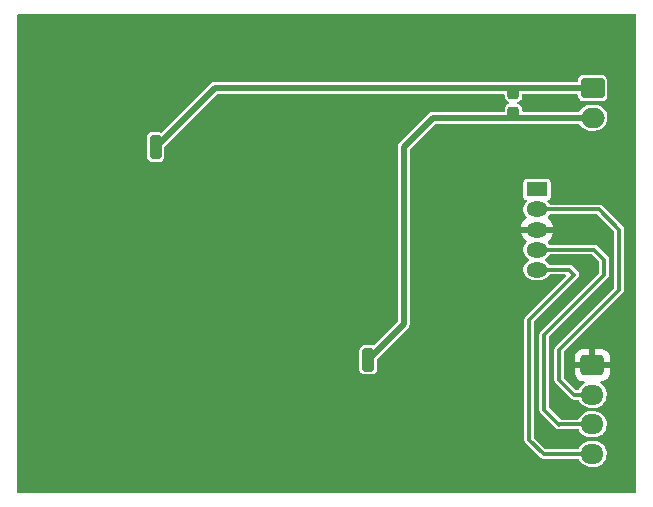
<source format=gbr>
%TF.GenerationSoftware,KiCad,Pcbnew,5.99.0-unknown-1f4a56005e~130~ubuntu20.04.1*%
%TF.CreationDate,2021-06-26T22:45:04+02:00*%
%TF.ProjectId,LED-Modul,4c45442d-4d6f-4647-956c-2e6b69636164,rev?*%
%TF.SameCoordinates,Original*%
%TF.FileFunction,Copper,L1,Top*%
%TF.FilePolarity,Positive*%
%FSLAX46Y46*%
G04 Gerber Fmt 4.6, Leading zero omitted, Abs format (unit mm)*
G04 Created by KiCad (PCBNEW 5.99.0-unknown-1f4a56005e~130~ubuntu20.04.1) date 2021-06-26 22:45:04*
%MOMM*%
%LPD*%
G01*
G04 APERTURE LIST*
G04 Aperture macros list*
%AMRoundRect*
0 Rectangle with rounded corners*
0 $1 Rounding radius*
0 $2 $3 $4 $5 $6 $7 $8 $9 X,Y pos of 4 corners*
0 Add a 4 corners polygon primitive as box body*
4,1,4,$2,$3,$4,$5,$6,$7,$8,$9,$2,$3,0*
0 Add four circle primitives for the rounded corners*
1,1,$1+$1,$2,$3*
1,1,$1+$1,$4,$5*
1,1,$1+$1,$6,$7*
1,1,$1+$1,$8,$9*
0 Add four rect primitives between the rounded corners*
20,1,$1+$1,$2,$3,$4,$5,0*
20,1,$1+$1,$4,$5,$6,$7,0*
20,1,$1+$1,$6,$7,$8,$9,0*
20,1,$1+$1,$8,$9,$2,$3,0*%
G04 Aperture macros list end*
%TA.AperFunction,SMDPad,CuDef*%
%ADD10RoundRect,0.237500X0.237500X-0.300000X0.237500X0.300000X-0.237500X0.300000X-0.237500X-0.300000X0*%
%TD*%
%TA.AperFunction,SMDPad,CuDef*%
%ADD11RoundRect,0.250000X-0.250000X-0.750000X0.250000X-0.750000X0.250000X0.750000X-0.250000X0.750000X0*%
%TD*%
%TA.AperFunction,ComponentPad*%
%ADD12RoundRect,0.250000X-0.725000X0.600000X-0.725000X-0.600000X0.725000X-0.600000X0.725000X0.600000X0*%
%TD*%
%TA.AperFunction,ComponentPad*%
%ADD13O,1.950000X1.700000*%
%TD*%
%TA.AperFunction,ComponentPad*%
%ADD14RoundRect,0.250000X-0.750000X0.600000X-0.750000X-0.600000X0.750000X-0.600000X0.750000X0.600000X0*%
%TD*%
%TA.AperFunction,ComponentPad*%
%ADD15O,2.000000X1.700000*%
%TD*%
%TA.AperFunction,ComponentPad*%
%ADD16R,1.800000X1.275000*%
%TD*%
%TA.AperFunction,ComponentPad*%
%ADD17O,1.800000X1.275000*%
%TD*%
%TA.AperFunction,ViaPad*%
%ADD18C,0.700000*%
%TD*%
%TA.AperFunction,Conductor*%
%ADD19C,0.500000*%
%TD*%
%TA.AperFunction,Conductor*%
%ADD20C,0.300000*%
%TD*%
G04 APERTURE END LIST*
D10*
%TO.P,REF\u002A\u002A,1*%
%TO.N,Net-(D1-Pad1)*%
X166300000Y-84112500D03*
%TO.P,REF\u002A\u002A,2*%
%TO.N,Net-(D1-Pad2)*%
X166300000Y-82387500D03*
%TD*%
D11*
%TO.P,REF\u002A\u002A,1*%
%TO.N,Net-(D1-Pad1)*%
X154000000Y-105000000D03*
%TD*%
%TO.P,REF\u002A\u002A,1*%
%TO.N,Net-(D1-Pad2)*%
X136000000Y-87000000D03*
%TD*%
D12*
%TO.P,J2,1,Pin_1*%
%TO.N,GND*%
X172975000Y-105470000D03*
D13*
%TO.P,J2,2,Pin_2*%
%TO.N,Net-(J2-Pad2)*%
X172975000Y-107970000D03*
%TO.P,J2,3,Pin_3*%
%TO.N,Net-(J2-Pad3)*%
X172975000Y-110470000D03*
%TO.P,J2,4,Pin_4*%
%TO.N,3V3_MOD*%
X172975000Y-112970000D03*
%TD*%
D14*
%TO.P,J1,1,Pin_1*%
%TO.N,Net-(D1-Pad2)*%
X173000000Y-82000000D03*
D15*
%TO.P,J1,2,Pin_2*%
%TO.N,Net-(D1-Pad1)*%
X173000000Y-84500000D03*
%TD*%
D16*
%TO.P,U1,1*%
%TO.N,N/C*%
X168300000Y-90580000D03*
D17*
%TO.P,U1,2,SDA*%
%TO.N,Net-(J2-Pad2)*%
X168300000Y-92280000D03*
%TO.P,U1,3,GND*%
%TO.N,GND*%
X168300000Y-93980000D03*
%TO.P,U1,4,SCLK*%
%TO.N,Net-(J2-Pad3)*%
X168300000Y-95680000D03*
%TO.P,U1,5,VDD*%
%TO.N,3V3_MOD*%
X168300000Y-97380000D03*
%TD*%
D18*
%TO.N,GND*%
X146000000Y-97000000D03*
X146000000Y-95000000D03*
X144000000Y-95000000D03*
X144000000Y-97000000D03*
X146000000Y-99000000D03*
X144000000Y-99000000D03*
X144000000Y-93000000D03*
X146000000Y-93000000D03*
X148000000Y-97000000D03*
X148000000Y-95000000D03*
X142000000Y-95000000D03*
X142000000Y-97000000D03*
X142000000Y-99000000D03*
X148000000Y-99000000D03*
X148000000Y-93000000D03*
X142000000Y-93000000D03*
X147000000Y-94000000D03*
X147000000Y-96000000D03*
X147000000Y-98000000D03*
X143000000Y-98000000D03*
X143000000Y-96000000D03*
X143000000Y-94000000D03*
X140000000Y-98500000D03*
X145000000Y-98000000D03*
X150000000Y-98500000D03*
X150000000Y-93500000D03*
X145000000Y-94000000D03*
X140000000Y-93500000D03*
X150000000Y-91000000D03*
X145000000Y-90500000D03*
X145000000Y-96000000D03*
X145000000Y-101500000D03*
X150000000Y-101000000D03*
X140000000Y-101000000D03*
X140000000Y-91000000D03*
%TD*%
D19*
%TO.N,Net-(D1-Pad2)*%
X141000000Y-82000000D02*
X173000000Y-82000000D01*
X141000000Y-82000000D02*
X136000000Y-87000000D01*
%TO.N,Net-(D1-Pad1)*%
X173000000Y-84500000D02*
X159500000Y-84500000D01*
X157000000Y-102000000D02*
X154000000Y-105000000D01*
X159500000Y-84500000D02*
X157000000Y-87000000D01*
X157000000Y-87000000D02*
X157000000Y-102000000D01*
D20*
%TO.N,Net-(J2-Pad2)*%
X170180000Y-106680000D02*
X170180000Y-104140000D01*
X172975000Y-107970000D02*
X171470000Y-107970000D01*
X175260000Y-93980000D02*
X173560000Y-92280000D01*
X171470000Y-107970000D02*
X170180000Y-106680000D01*
X170180000Y-104140000D02*
X175260000Y-99060000D01*
X175260000Y-99060000D02*
X175260000Y-93980000D01*
X173560000Y-92280000D02*
X168300000Y-92280000D01*
%TO.N,Net-(J2-Pad3)*%
X173990000Y-97790000D02*
X173990000Y-96520000D01*
X170180000Y-110490000D02*
X168910000Y-109220000D01*
X173990000Y-96520000D02*
X173150000Y-95680000D01*
X170200000Y-110470000D02*
X170180000Y-110490000D01*
X173150000Y-95680000D02*
X168300000Y-95680000D01*
X172975000Y-110470000D02*
X170200000Y-110470000D01*
X168910000Y-109220000D02*
X168910000Y-102870000D01*
X168910000Y-102870000D02*
X173990000Y-97790000D01*
%TO.N,3V3_MOD*%
X172975000Y-113350000D02*
X172350000Y-113350000D01*
X167640000Y-101600000D02*
X171450000Y-97790000D01*
X172975000Y-112970000D02*
X168850000Y-112970000D01*
X167640000Y-111760000D02*
X167640000Y-101600000D01*
X168850000Y-112970000D02*
X167640000Y-111760000D01*
X171450000Y-97790000D02*
X171040000Y-97380000D01*
X171040000Y-97380000D02*
X168300000Y-97380000D01*
%TD*%
%TA.AperFunction,Conductor*%
%TO.N,GND*%
G36*
X176659191Y-75718907D02*
G01*
X176695155Y-75768407D01*
X176700000Y-75799000D01*
X176700000Y-116201000D01*
X176681093Y-116259191D01*
X176631593Y-116295155D01*
X176601000Y-116300000D01*
X124399000Y-116300000D01*
X124340809Y-116281093D01*
X124304845Y-116231593D01*
X124300000Y-116201000D01*
X124300000Y-86182712D01*
X135245500Y-86182712D01*
X135245500Y-87784914D01*
X135260979Y-87893000D01*
X135320771Y-88024504D01*
X135415067Y-88133941D01*
X135536289Y-88212513D01*
X135543044Y-88214533D01*
X135543048Y-88214535D01*
X135612667Y-88235355D01*
X135674691Y-88253904D01*
X135680037Y-88254301D01*
X135680041Y-88254302D01*
X135680595Y-88254343D01*
X135682712Y-88254500D01*
X136284914Y-88254500D01*
X136288405Y-88254000D01*
X136288406Y-88254000D01*
X136320943Y-88249340D01*
X136393000Y-88239021D01*
X136432394Y-88221109D01*
X136518080Y-88182150D01*
X136518081Y-88182149D01*
X136524504Y-88179229D01*
X136633941Y-88084933D01*
X136712513Y-87963711D01*
X136714533Y-87956956D01*
X136714535Y-87956952D01*
X136735749Y-87886016D01*
X136753904Y-87825309D01*
X136754500Y-87817288D01*
X136754500Y-86999979D01*
X136773407Y-86941788D01*
X136783496Y-86929975D01*
X141179974Y-82533496D01*
X141234491Y-82505719D01*
X141249978Y-82504500D01*
X165471500Y-82504500D01*
X165529691Y-82523407D01*
X165565655Y-82572907D01*
X165570500Y-82603500D01*
X165570500Y-82722413D01*
X165585477Y-82826991D01*
X165588397Y-82833413D01*
X165636649Y-82939538D01*
X165643801Y-82955269D01*
X165735785Y-83062021D01*
X165854032Y-83138665D01*
X165903744Y-83153532D01*
X165954077Y-83188319D01*
X165974351Y-83246049D01*
X165956819Y-83304669D01*
X165916354Y-83338503D01*
X165870582Y-83359314D01*
X165857696Y-83365173D01*
X165794731Y-83393801D01*
X165687979Y-83485785D01*
X165611335Y-83604032D01*
X165609314Y-83610790D01*
X165609313Y-83610792D01*
X165583672Y-83696531D01*
X165570959Y-83739039D01*
X165570500Y-83745216D01*
X165570500Y-83896500D01*
X165551593Y-83954691D01*
X165502093Y-83990655D01*
X165471500Y-83995500D01*
X159566769Y-83995500D01*
X159554781Y-83994161D01*
X159554773Y-83994263D01*
X159547739Y-83993697D01*
X159540862Y-83992141D01*
X159489782Y-83995310D01*
X159483652Y-83995500D01*
X159465086Y-83995500D01*
X159461600Y-83995999D01*
X159461589Y-83996000D01*
X159452486Y-83997304D01*
X159444583Y-83998114D01*
X159403723Y-84000649D01*
X159396680Y-84001086D01*
X159386885Y-84004622D01*
X159367307Y-84009503D01*
X159357000Y-84010979D01*
X159313291Y-84030852D01*
X159305946Y-84033842D01*
X159260804Y-84050139D01*
X159252398Y-84056281D01*
X159234976Y-84066461D01*
X159225496Y-84070771D01*
X159189127Y-84102108D01*
X159182917Y-84107039D01*
X159178801Y-84110046D01*
X159173287Y-84114074D01*
X159173283Y-84114077D01*
X159170201Y-84116329D01*
X159157709Y-84128821D01*
X159152328Y-84133816D01*
X159116059Y-84165067D01*
X159112224Y-84170984D01*
X159112222Y-84170986D01*
X159111787Y-84171658D01*
X159098717Y-84187813D01*
X156690476Y-86596054D01*
X156681052Y-86603584D01*
X156681118Y-86603662D01*
X156675748Y-86608232D01*
X156669783Y-86611996D01*
X156638660Y-86647236D01*
X156635901Y-86650360D01*
X156631701Y-86654829D01*
X156618577Y-86667953D01*
X156610935Y-86678149D01*
X156605934Y-86684291D01*
X156574156Y-86720273D01*
X156571159Y-86726656D01*
X156571158Y-86726658D01*
X156569731Y-86729697D01*
X156559335Y-86746998D01*
X156557326Y-86749678D01*
X156557323Y-86749684D01*
X156553094Y-86755326D01*
X156550619Y-86761928D01*
X156550618Y-86761930D01*
X156536246Y-86800271D01*
X156533160Y-86807594D01*
X156512763Y-86851037D01*
X156511678Y-86858007D01*
X156511677Y-86858010D01*
X156511162Y-86861319D01*
X156506039Y-86880849D01*
X156502386Y-86890593D01*
X156501864Y-86897622D01*
X156498828Y-86938464D01*
X156497921Y-86946357D01*
X156496089Y-86958120D01*
X156496088Y-86958129D01*
X156495500Y-86961907D01*
X156495500Y-86979565D01*
X156495228Y-86986902D01*
X156491679Y-87034654D01*
X156493151Y-87041549D01*
X156493151Y-87041552D01*
X156493319Y-87042337D01*
X156495500Y-87063004D01*
X156495500Y-101750022D01*
X156476593Y-101808213D01*
X156466504Y-101820026D01*
X154532681Y-103753849D01*
X154478164Y-103781626D01*
X154434311Y-103778694D01*
X154375074Y-103760979D01*
X154325309Y-103746096D01*
X154319963Y-103745699D01*
X154319959Y-103745698D01*
X154319405Y-103745657D01*
X154317288Y-103745500D01*
X153715086Y-103745500D01*
X153711595Y-103746000D01*
X153711594Y-103746000D01*
X153679057Y-103750660D01*
X153607000Y-103760979D01*
X153475496Y-103820771D01*
X153366059Y-103915067D01*
X153287487Y-104036289D01*
X153285467Y-104043044D01*
X153285465Y-104043048D01*
X153273299Y-104083729D01*
X153246096Y-104174691D01*
X153245500Y-104182712D01*
X153245500Y-105784914D01*
X153260979Y-105893000D01*
X153320771Y-106024504D01*
X153376807Y-106089538D01*
X153410137Y-106128219D01*
X153415067Y-106133941D01*
X153536289Y-106212513D01*
X153543044Y-106214533D01*
X153543048Y-106214535D01*
X153612667Y-106235355D01*
X153674691Y-106253904D01*
X153680037Y-106254301D01*
X153680041Y-106254302D01*
X153680595Y-106254343D01*
X153682712Y-106254500D01*
X154284914Y-106254500D01*
X154288405Y-106254000D01*
X154288406Y-106254000D01*
X154320943Y-106249340D01*
X154393000Y-106239021D01*
X154432394Y-106221109D01*
X154518080Y-106182150D01*
X154518081Y-106182149D01*
X154524504Y-106179229D01*
X154633941Y-106084933D01*
X154712513Y-105963711D01*
X154714533Y-105956956D01*
X154714535Y-105956952D01*
X154735749Y-105886016D01*
X154753904Y-105825309D01*
X154754500Y-105817288D01*
X154754500Y-104999979D01*
X154773407Y-104941788D01*
X154783496Y-104929975D01*
X157309527Y-102403944D01*
X157318949Y-102396417D01*
X157318882Y-102396338D01*
X157324252Y-102391767D01*
X157330217Y-102388004D01*
X157364091Y-102349649D01*
X157368291Y-102345180D01*
X157381424Y-102332047D01*
X157383540Y-102329224D01*
X157389062Y-102321856D01*
X157394081Y-102315691D01*
X157421173Y-102285016D01*
X157421174Y-102285015D01*
X157425844Y-102279727D01*
X157430269Y-102270303D01*
X157440654Y-102253017D01*
X157446907Y-102244674D01*
X157463759Y-102199719D01*
X157466844Y-102192399D01*
X157484239Y-102155350D01*
X157484240Y-102155346D01*
X157487237Y-102148963D01*
X157488838Y-102138682D01*
X157493959Y-102119160D01*
X157495139Y-102116012D01*
X157497615Y-102109407D01*
X157501173Y-102061523D01*
X157502076Y-102053657D01*
X157504500Y-102038093D01*
X157504500Y-102020439D01*
X157504772Y-102013102D01*
X157507798Y-101972379D01*
X157508321Y-101965346D01*
X157506681Y-101957663D01*
X157504500Y-101936996D01*
X157504500Y-94245873D01*
X166920721Y-94245873D01*
X166925434Y-94273299D01*
X166927772Y-94282026D01*
X166997505Y-94471044D01*
X167001398Y-94479206D01*
X167104402Y-94652340D01*
X167109723Y-94659665D01*
X167242554Y-94811129D01*
X167249109Y-94817349D01*
X167377206Y-94918332D01*
X167411199Y-94969206D01*
X167408797Y-95030344D01*
X167382158Y-95069652D01*
X167374758Y-95076314D01*
X167374752Y-95076321D01*
X167370899Y-95079790D01*
X167260675Y-95231500D01*
X167258568Y-95236232D01*
X167258567Y-95236234D01*
X167198108Y-95372028D01*
X167184402Y-95402812D01*
X167145414Y-95586238D01*
X167145414Y-95773762D01*
X167184402Y-95957188D01*
X167186510Y-95961922D01*
X167186511Y-95961926D01*
X167258567Y-96123766D01*
X167260675Y-96128500D01*
X167370899Y-96280210D01*
X167374748Y-96283676D01*
X167374752Y-96283680D01*
X167506400Y-96402216D01*
X167506405Y-96402220D01*
X167510257Y-96405688D01*
X167544212Y-96425292D01*
X167577072Y-96444264D01*
X167618013Y-96489733D01*
X167624409Y-96550584D01*
X167593816Y-96603572D01*
X167577072Y-96615736D01*
X167510257Y-96654312D01*
X167506405Y-96657780D01*
X167506400Y-96657784D01*
X167374752Y-96776320D01*
X167374748Y-96776324D01*
X167370899Y-96779790D01*
X167260675Y-96931500D01*
X167258568Y-96936232D01*
X167258567Y-96936234D01*
X167198275Y-97071653D01*
X167184402Y-97102812D01*
X167145414Y-97286238D01*
X167145414Y-97473762D01*
X167184402Y-97657188D01*
X167186510Y-97661922D01*
X167186511Y-97661926D01*
X167244897Y-97793062D01*
X167260675Y-97828500D01*
X167370899Y-97980210D01*
X167374748Y-97983676D01*
X167374752Y-97983680D01*
X167506400Y-98102216D01*
X167506405Y-98102220D01*
X167510257Y-98105688D01*
X167514752Y-98108283D01*
X167668163Y-98196856D01*
X167668168Y-98196858D01*
X167672657Y-98199450D01*
X167851003Y-98257398D01*
X167907025Y-98263286D01*
X167987347Y-98271729D01*
X167987354Y-98271729D01*
X167989929Y-98272000D01*
X168610071Y-98272000D01*
X168612646Y-98271729D01*
X168612653Y-98271729D01*
X168692975Y-98263286D01*
X168748997Y-98257398D01*
X168927343Y-98199450D01*
X168931832Y-98196858D01*
X168931837Y-98196856D01*
X169085248Y-98108283D01*
X169089743Y-98105688D01*
X169093595Y-98102220D01*
X169093600Y-98102216D01*
X169225248Y-97983680D01*
X169225252Y-97983676D01*
X169229101Y-97980210D01*
X169339325Y-97828500D01*
X169340604Y-97829429D01*
X169380986Y-97793062D01*
X169421260Y-97784500D01*
X170644442Y-97784500D01*
X170702633Y-97803407D01*
X170738597Y-97852907D01*
X170738597Y-97914093D01*
X170714446Y-97953504D01*
X167331653Y-101336298D01*
X167331549Y-101336442D01*
X167331307Y-101336703D01*
X167308708Y-101359302D01*
X167305172Y-101366242D01*
X167305169Y-101366246D01*
X167297614Y-101381073D01*
X167289497Y-101394319D01*
X167279714Y-101407784D01*
X167279712Y-101407787D01*
X167275133Y-101414090D01*
X167272726Y-101421499D01*
X167267582Y-101437331D01*
X167261636Y-101451684D01*
X167254080Y-101466514D01*
X167250542Y-101473458D01*
X167249324Y-101481150D01*
X167249323Y-101481152D01*
X167246719Y-101497595D01*
X167243093Y-101512700D01*
X167235542Y-101535940D01*
X167235542Y-101567897D01*
X167235528Y-101568255D01*
X167235500Y-101568431D01*
X167235500Y-111791569D01*
X167235528Y-111791745D01*
X167235542Y-111792103D01*
X167235542Y-111824060D01*
X167237949Y-111831467D01*
X167243093Y-111847300D01*
X167246719Y-111862405D01*
X167250542Y-111886542D01*
X167254080Y-111893485D01*
X167254080Y-111893486D01*
X167261636Y-111908316D01*
X167267581Y-111922668D01*
X167275133Y-111945910D01*
X167279712Y-111952213D01*
X167279714Y-111952216D01*
X167289497Y-111965681D01*
X167297614Y-111978927D01*
X167305169Y-111993754D01*
X167305172Y-111993758D01*
X167308708Y-112000698D01*
X167331307Y-112023297D01*
X167331549Y-112023558D01*
X167331653Y-112023702D01*
X168586298Y-113278347D01*
X168586442Y-113278451D01*
X168586703Y-113278693D01*
X168609302Y-113301292D01*
X168616242Y-113304828D01*
X168616246Y-113304831D01*
X168631073Y-113312386D01*
X168644319Y-113320503D01*
X168657784Y-113330286D01*
X168657787Y-113330288D01*
X168664090Y-113334867D01*
X168687331Y-113342418D01*
X168701684Y-113348364D01*
X168716514Y-113355920D01*
X168716515Y-113355920D01*
X168723458Y-113359458D01*
X168731150Y-113360676D01*
X168731152Y-113360677D01*
X168747595Y-113363281D01*
X168762700Y-113366907D01*
X168785940Y-113374458D01*
X168817897Y-113374458D01*
X168818255Y-113374472D01*
X168818431Y-113374500D01*
X171756886Y-113374500D01*
X171815077Y-113393407D01*
X171847008Y-113432524D01*
X171888178Y-113523072D01*
X172010114Y-113694970D01*
X172088390Y-113769903D01*
X172158951Y-113837451D01*
X172158955Y-113837454D01*
X172162355Y-113840709D01*
X172339408Y-113955031D01*
X172343769Y-113956789D01*
X172343770Y-113956789D01*
X172530522Y-114032052D01*
X172530525Y-114032053D01*
X172534885Y-114033810D01*
X172539499Y-114034711D01*
X172539502Y-114034712D01*
X172738237Y-114073523D01*
X172738244Y-114073524D01*
X172741732Y-114074205D01*
X172747764Y-114074500D01*
X173152406Y-114074500D01*
X173288099Y-114061554D01*
X173305106Y-114059931D01*
X173305107Y-114059931D01*
X173309801Y-114059483D01*
X173512033Y-114000155D01*
X173699397Y-113903656D01*
X173783680Y-113837451D01*
X173861420Y-113776386D01*
X173861422Y-113776384D01*
X173865133Y-113773469D01*
X174003261Y-113614290D01*
X174108797Y-113431864D01*
X174139858Y-113342418D01*
X174176391Y-113237217D01*
X174176392Y-113237211D01*
X174177934Y-113232772D01*
X174208175Y-113024199D01*
X174198431Y-112813670D01*
X174149053Y-112608782D01*
X174061822Y-112416928D01*
X173939886Y-112245030D01*
X173854838Y-112163614D01*
X173791049Y-112102549D01*
X173791045Y-112102546D01*
X173787645Y-112099291D01*
X173610592Y-111984969D01*
X173595600Y-111978927D01*
X173419478Y-111907948D01*
X173419475Y-111907947D01*
X173415115Y-111906190D01*
X173410501Y-111905289D01*
X173410498Y-111905288D01*
X173211763Y-111866477D01*
X173211756Y-111866476D01*
X173208268Y-111865795D01*
X173202236Y-111865500D01*
X172797594Y-111865500D01*
X172661901Y-111878446D01*
X172644894Y-111880069D01*
X172644893Y-111880069D01*
X172640199Y-111880517D01*
X172437967Y-111939845D01*
X172250603Y-112036344D01*
X172246895Y-112039257D01*
X172088580Y-112163614D01*
X172088578Y-112163616D01*
X172084867Y-112166531D01*
X171946739Y-112325710D01*
X171841203Y-112508136D01*
X171841023Y-112508655D01*
X171800472Y-112552751D01*
X171751875Y-112565500D01*
X169058557Y-112565500D01*
X169000366Y-112546593D01*
X168988553Y-112536504D01*
X168073496Y-111621447D01*
X168045719Y-111566930D01*
X168044500Y-111551443D01*
X168044500Y-101808557D01*
X168063407Y-101750366D01*
X168073496Y-101738553D01*
X171708191Y-98103859D01*
X171720004Y-98093770D01*
X171721723Y-98092521D01*
X171739561Y-98079561D01*
X171744139Y-98073260D01*
X171744141Y-98073258D01*
X171810289Y-97982211D01*
X171814867Y-97975910D01*
X171854458Y-97854060D01*
X171854458Y-97725940D01*
X171814867Y-97604090D01*
X171787127Y-97565910D01*
X171758348Y-97526298D01*
X171758345Y-97526295D01*
X171739560Y-97500440D01*
X171720001Y-97486230D01*
X171708198Y-97476148D01*
X171304083Y-97072034D01*
X171303702Y-97071653D01*
X171303556Y-97071547D01*
X171303303Y-97071313D01*
X171280698Y-97048708D01*
X171273758Y-97045172D01*
X171273754Y-97045169D01*
X171258927Y-97037614D01*
X171245681Y-97029497D01*
X171232216Y-97019714D01*
X171232213Y-97019712D01*
X171225910Y-97015133D01*
X171202668Y-97007581D01*
X171188316Y-97001636D01*
X171173486Y-96994080D01*
X171173485Y-96994080D01*
X171166542Y-96990542D01*
X171158850Y-96989324D01*
X171158848Y-96989323D01*
X171142405Y-96986719D01*
X171127300Y-96983093D01*
X171126120Y-96982710D01*
X171104060Y-96975542D01*
X171072103Y-96975542D01*
X171071745Y-96975528D01*
X171071569Y-96975500D01*
X169421260Y-96975500D01*
X169363069Y-96956593D01*
X169340022Y-96930994D01*
X169339325Y-96931500D01*
X169232147Y-96783983D01*
X169229101Y-96779790D01*
X169225252Y-96776324D01*
X169225248Y-96776320D01*
X169093600Y-96657784D01*
X169093595Y-96657780D01*
X169089743Y-96654312D01*
X169022928Y-96615736D01*
X168981987Y-96570267D01*
X168975591Y-96509416D01*
X169006184Y-96456428D01*
X169022928Y-96444264D01*
X169055788Y-96425292D01*
X169089743Y-96405688D01*
X169093595Y-96402220D01*
X169093600Y-96402216D01*
X169225248Y-96283680D01*
X169225252Y-96283676D01*
X169229101Y-96280210D01*
X169339325Y-96128500D01*
X169340604Y-96129429D01*
X169380986Y-96093062D01*
X169421260Y-96084500D01*
X172941443Y-96084500D01*
X172999634Y-96103407D01*
X173011447Y-96113496D01*
X173556504Y-96658553D01*
X173584281Y-96713070D01*
X173585500Y-96728557D01*
X173585500Y-97581443D01*
X173566593Y-97639634D01*
X173556504Y-97651447D01*
X168601653Y-102606298D01*
X168601549Y-102606442D01*
X168601307Y-102606703D01*
X168578708Y-102629302D01*
X168575172Y-102636242D01*
X168575169Y-102636246D01*
X168567614Y-102651073D01*
X168559497Y-102664319D01*
X168549714Y-102677784D01*
X168549712Y-102677787D01*
X168545133Y-102684090D01*
X168542726Y-102691499D01*
X168537582Y-102707331D01*
X168531636Y-102721684D01*
X168524080Y-102736514D01*
X168520542Y-102743458D01*
X168519324Y-102751150D01*
X168519323Y-102751152D01*
X168516719Y-102767595D01*
X168513093Y-102782700D01*
X168505542Y-102805940D01*
X168505542Y-102837897D01*
X168505528Y-102838255D01*
X168505500Y-102838431D01*
X168505500Y-109251569D01*
X168505528Y-109251745D01*
X168505542Y-109252103D01*
X168505542Y-109284060D01*
X168507949Y-109291467D01*
X168513093Y-109307300D01*
X168516719Y-109322405D01*
X168520542Y-109346542D01*
X168524080Y-109353485D01*
X168524080Y-109353486D01*
X168531636Y-109368316D01*
X168537581Y-109382668D01*
X168545133Y-109405910D01*
X168549712Y-109412213D01*
X168549714Y-109412216D01*
X168559497Y-109425681D01*
X168567614Y-109438927D01*
X168575169Y-109453754D01*
X168575172Y-109453758D01*
X168578708Y-109460698D01*
X168601307Y-109483297D01*
X168601549Y-109483558D01*
X168601653Y-109483702D01*
X169866147Y-110748196D01*
X169876231Y-110760003D01*
X169890440Y-110779560D01*
X169994090Y-110854867D01*
X170115940Y-110894458D01*
X170244060Y-110894458D01*
X170290575Y-110879345D01*
X170321165Y-110874500D01*
X171756886Y-110874500D01*
X171815077Y-110893407D01*
X171847008Y-110932524D01*
X171888178Y-111023072D01*
X172010114Y-111194970D01*
X172088390Y-111269903D01*
X172158951Y-111337451D01*
X172158955Y-111337454D01*
X172162355Y-111340709D01*
X172339408Y-111455031D01*
X172343769Y-111456789D01*
X172343770Y-111456789D01*
X172530522Y-111532052D01*
X172530525Y-111532053D01*
X172534885Y-111533810D01*
X172539499Y-111534711D01*
X172539502Y-111534712D01*
X172738237Y-111573523D01*
X172738244Y-111573524D01*
X172741732Y-111574205D01*
X172747764Y-111574500D01*
X173152406Y-111574500D01*
X173288099Y-111561554D01*
X173305106Y-111559931D01*
X173305107Y-111559931D01*
X173309801Y-111559483D01*
X173512033Y-111500155D01*
X173699397Y-111403656D01*
X173783680Y-111337451D01*
X173861420Y-111276386D01*
X173861422Y-111276384D01*
X173865133Y-111273469D01*
X174003261Y-111114290D01*
X174108797Y-110931864D01*
X174160095Y-110784143D01*
X174176391Y-110737217D01*
X174176392Y-110737211D01*
X174177934Y-110732772D01*
X174208175Y-110524199D01*
X174198431Y-110313670D01*
X174149053Y-110108782D01*
X174061822Y-109916928D01*
X173939886Y-109745030D01*
X173854838Y-109663614D01*
X173791049Y-109602549D01*
X173791045Y-109602546D01*
X173787645Y-109599291D01*
X173610592Y-109484969D01*
X173550368Y-109460698D01*
X173419478Y-109407948D01*
X173419475Y-109407947D01*
X173415115Y-109406190D01*
X173410501Y-109405289D01*
X173410498Y-109405288D01*
X173211763Y-109366477D01*
X173211756Y-109366476D01*
X173208268Y-109365795D01*
X173202236Y-109365500D01*
X172797594Y-109365500D01*
X172661901Y-109378446D01*
X172644894Y-109380069D01*
X172644893Y-109380069D01*
X172640199Y-109380517D01*
X172437967Y-109439845D01*
X172250603Y-109536344D01*
X172246895Y-109539257D01*
X172088580Y-109663614D01*
X172088578Y-109663616D01*
X172084867Y-109666531D01*
X171946739Y-109825710D01*
X171841203Y-110008136D01*
X171841023Y-110008655D01*
X171800472Y-110052751D01*
X171751875Y-110065500D01*
X170368557Y-110065500D01*
X170310366Y-110046593D01*
X170298553Y-110036504D01*
X169343496Y-109081447D01*
X169315719Y-109026930D01*
X169314500Y-109011443D01*
X169314500Y-103078557D01*
X169333407Y-103020366D01*
X169343496Y-103008553D01*
X174298347Y-98053702D01*
X174298451Y-98053558D01*
X174298693Y-98053297D01*
X174321292Y-98030698D01*
X174324828Y-98023758D01*
X174324831Y-98023754D01*
X174332386Y-98008927D01*
X174340503Y-97995681D01*
X174350286Y-97982216D01*
X174350289Y-97982211D01*
X174354867Y-97975910D01*
X174362419Y-97952668D01*
X174368364Y-97938316D01*
X174375920Y-97923486D01*
X174375920Y-97923485D01*
X174379458Y-97916542D01*
X174383281Y-97892405D01*
X174386907Y-97877300D01*
X174392051Y-97861467D01*
X174394458Y-97854060D01*
X174394458Y-97822103D01*
X174394472Y-97821745D01*
X174394500Y-97821569D01*
X174394500Y-96488431D01*
X174394472Y-96488255D01*
X174394458Y-96487897D01*
X174394458Y-96455940D01*
X174386907Y-96432700D01*
X174383281Y-96417595D01*
X174380677Y-96401152D01*
X174380676Y-96401150D01*
X174379458Y-96393458D01*
X174375920Y-96386514D01*
X174368364Y-96371684D01*
X174362418Y-96357331D01*
X174357274Y-96341499D01*
X174354867Y-96334090D01*
X174350288Y-96327787D01*
X174350286Y-96327784D01*
X174340503Y-96314319D01*
X174332386Y-96301073D01*
X174324831Y-96286246D01*
X174324828Y-96286242D01*
X174321292Y-96279302D01*
X174298693Y-96256703D01*
X174298451Y-96256442D01*
X174298347Y-96256298D01*
X173413702Y-95371653D01*
X173413558Y-95371549D01*
X173413297Y-95371307D01*
X173390698Y-95348708D01*
X173383758Y-95345172D01*
X173383754Y-95345169D01*
X173368927Y-95337614D01*
X173355681Y-95329497D01*
X173342216Y-95319714D01*
X173342213Y-95319712D01*
X173335910Y-95315133D01*
X173312668Y-95307581D01*
X173298316Y-95301636D01*
X173283486Y-95294080D01*
X173283485Y-95294080D01*
X173276542Y-95290542D01*
X173268850Y-95289324D01*
X173268848Y-95289323D01*
X173252405Y-95286719D01*
X173237300Y-95283093D01*
X173236120Y-95282710D01*
X173214060Y-95275542D01*
X173182103Y-95275542D01*
X173181745Y-95275528D01*
X173181569Y-95275500D01*
X169421260Y-95275500D01*
X169363069Y-95256593D01*
X169340022Y-95230994D01*
X169339325Y-95231500D01*
X169232151Y-95083988D01*
X169229101Y-95079790D01*
X169225241Y-95076314D01*
X169216929Y-95068830D01*
X169186335Y-95015843D01*
X169192729Y-94954992D01*
X169223937Y-94915933D01*
X169328698Y-94837704D01*
X169335416Y-94831655D01*
X169472174Y-94683710D01*
X169477673Y-94676545D01*
X169585182Y-94506153D01*
X169589285Y-94498100D01*
X169663941Y-94310972D01*
X169666506Y-94302314D01*
X169677036Y-94249379D01*
X169675468Y-94236134D01*
X169675436Y-94236099D01*
X169667392Y-94234000D01*
X166934361Y-94234000D01*
X166921676Y-94238122D01*
X166921237Y-94238726D01*
X166920721Y-94245873D01*
X157504500Y-94245873D01*
X157504500Y-93710621D01*
X166922964Y-93710621D01*
X166924532Y-93723866D01*
X166924564Y-93723901D01*
X166932608Y-93726000D01*
X169665639Y-93726000D01*
X169678324Y-93721878D01*
X169678763Y-93721274D01*
X169679279Y-93714127D01*
X169674566Y-93686701D01*
X169672228Y-93677974D01*
X169602495Y-93488956D01*
X169598602Y-93480794D01*
X169495598Y-93307660D01*
X169490277Y-93300335D01*
X169357446Y-93148871D01*
X169350891Y-93142651D01*
X169222794Y-93041668D01*
X169188801Y-92990794D01*
X169191203Y-92929656D01*
X169217842Y-92890348D01*
X169225242Y-92883686D01*
X169225248Y-92883679D01*
X169229101Y-92880210D01*
X169339325Y-92728500D01*
X169340604Y-92729429D01*
X169380986Y-92693062D01*
X169421260Y-92684500D01*
X173351443Y-92684500D01*
X173409634Y-92703407D01*
X173421447Y-92713496D01*
X174826504Y-94118553D01*
X174854281Y-94173070D01*
X174855500Y-94188557D01*
X174855500Y-98851443D01*
X174836593Y-98909634D01*
X174826504Y-98921447D01*
X169871653Y-103876298D01*
X169871549Y-103876442D01*
X169871307Y-103876703D01*
X169848708Y-103899302D01*
X169845172Y-103906242D01*
X169845169Y-103906246D01*
X169837614Y-103921073D01*
X169829497Y-103934319D01*
X169819714Y-103947784D01*
X169819712Y-103947787D01*
X169815133Y-103954090D01*
X169812726Y-103961499D01*
X169807582Y-103977331D01*
X169801636Y-103991684D01*
X169794080Y-104006514D01*
X169790542Y-104013458D01*
X169789324Y-104021150D01*
X169789323Y-104021152D01*
X169786719Y-104037595D01*
X169783093Y-104052700D01*
X169775542Y-104075940D01*
X169775542Y-104107897D01*
X169775528Y-104108255D01*
X169775500Y-104108431D01*
X169775500Y-106711569D01*
X169775528Y-106711745D01*
X169775542Y-106712103D01*
X169775542Y-106744060D01*
X169782710Y-106766120D01*
X169783093Y-106767300D01*
X169786719Y-106782405D01*
X169790542Y-106806542D01*
X169794080Y-106813485D01*
X169794080Y-106813486D01*
X169801636Y-106828316D01*
X169807581Y-106842668D01*
X169815133Y-106865910D01*
X169819712Y-106872213D01*
X169819714Y-106872216D01*
X169829497Y-106885681D01*
X169837614Y-106898927D01*
X169845169Y-106913754D01*
X169845172Y-106913758D01*
X169848708Y-106920698D01*
X169871307Y-106943297D01*
X169871549Y-106943558D01*
X169871653Y-106943702D01*
X171206298Y-108278347D01*
X171206442Y-108278451D01*
X171206703Y-108278693D01*
X171229302Y-108301292D01*
X171236242Y-108304828D01*
X171236246Y-108304831D01*
X171251073Y-108312386D01*
X171264319Y-108320503D01*
X171277784Y-108330286D01*
X171277787Y-108330288D01*
X171284090Y-108334867D01*
X171307331Y-108342418D01*
X171321684Y-108348364D01*
X171336514Y-108355920D01*
X171336515Y-108355920D01*
X171343458Y-108359458D01*
X171351150Y-108360676D01*
X171351152Y-108360677D01*
X171367595Y-108363281D01*
X171382700Y-108366907D01*
X171405940Y-108374458D01*
X171437897Y-108374458D01*
X171438255Y-108374472D01*
X171438431Y-108374500D01*
X171756886Y-108374500D01*
X171815077Y-108393407D01*
X171847008Y-108432524D01*
X171888178Y-108523072D01*
X172010114Y-108694970D01*
X172088390Y-108769903D01*
X172158951Y-108837451D01*
X172158955Y-108837454D01*
X172162355Y-108840709D01*
X172339408Y-108955031D01*
X172343769Y-108956789D01*
X172343770Y-108956789D01*
X172530522Y-109032052D01*
X172530525Y-109032053D01*
X172534885Y-109033810D01*
X172539499Y-109034711D01*
X172539502Y-109034712D01*
X172738237Y-109073523D01*
X172738244Y-109073524D01*
X172741732Y-109074205D01*
X172747764Y-109074500D01*
X173152406Y-109074500D01*
X173288099Y-109061554D01*
X173305106Y-109059931D01*
X173305107Y-109059931D01*
X173309801Y-109059483D01*
X173512033Y-109000155D01*
X173699397Y-108903656D01*
X173783680Y-108837451D01*
X173861420Y-108776386D01*
X173861422Y-108776384D01*
X173865133Y-108773469D01*
X174003261Y-108614290D01*
X174108797Y-108431864D01*
X174139858Y-108342418D01*
X174176391Y-108237217D01*
X174176392Y-108237211D01*
X174177934Y-108232772D01*
X174208175Y-108024199D01*
X174198431Y-107813670D01*
X174149053Y-107608782D01*
X174061822Y-107416928D01*
X173939886Y-107245030D01*
X173854838Y-107163614D01*
X173791049Y-107102549D01*
X173791045Y-107102546D01*
X173787645Y-107099291D01*
X173649620Y-107010169D01*
X173610991Y-106962720D01*
X173607629Y-106901627D01*
X173640818Y-106850226D01*
X173703322Y-106828000D01*
X173740019Y-106828000D01*
X173745731Y-106827668D01*
X173869817Y-106813201D01*
X173880934Y-106810573D01*
X174036226Y-106754205D01*
X174046457Y-106749082D01*
X174184614Y-106658502D01*
X174193384Y-106651169D01*
X174307002Y-106531231D01*
X174313846Y-106522083D01*
X174396828Y-106379220D01*
X174401384Y-106368741D01*
X174449468Y-106209978D01*
X174451393Y-106200054D01*
X174457804Y-106128219D01*
X174458000Y-106123818D01*
X174458000Y-105739680D01*
X174453878Y-105726995D01*
X174449757Y-105724000D01*
X171507680Y-105724000D01*
X171494995Y-105728122D01*
X171492000Y-105732243D01*
X171492000Y-106110019D01*
X171492332Y-106115731D01*
X171506799Y-106239817D01*
X171509427Y-106250934D01*
X171565795Y-106406226D01*
X171570918Y-106416457D01*
X171661498Y-106554614D01*
X171668831Y-106563384D01*
X171788769Y-106677002D01*
X171797917Y-106683846D01*
X171940780Y-106766828D01*
X171951259Y-106771384D01*
X172110022Y-106819468D01*
X172119946Y-106821393D01*
X172191781Y-106827804D01*
X172196182Y-106828000D01*
X172246690Y-106828000D01*
X172304881Y-106846907D01*
X172340845Y-106896407D01*
X172340845Y-106957593D01*
X172304881Y-107007093D01*
X172292019Y-107015013D01*
X172257671Y-107032704D01*
X172250603Y-107036344D01*
X172246895Y-107039257D01*
X172088580Y-107163614D01*
X172088578Y-107163616D01*
X172084867Y-107166531D01*
X171946739Y-107325710D01*
X171841203Y-107508136D01*
X171841023Y-107508655D01*
X171800472Y-107552751D01*
X171751875Y-107565500D01*
X171678557Y-107565500D01*
X171620366Y-107546593D01*
X171608553Y-107536504D01*
X170613496Y-106541447D01*
X170585719Y-106486930D01*
X170584500Y-106471443D01*
X170584500Y-104816182D01*
X171492000Y-104816182D01*
X171492000Y-105200320D01*
X171496122Y-105213005D01*
X171500243Y-105216000D01*
X172705320Y-105216000D01*
X172718005Y-105211878D01*
X172721000Y-105207757D01*
X172721000Y-104127680D01*
X172718583Y-104120243D01*
X173229000Y-104120243D01*
X173229000Y-105200320D01*
X173233122Y-105213005D01*
X173237243Y-105216000D01*
X174442320Y-105216000D01*
X174455005Y-105211878D01*
X174458000Y-105207757D01*
X174458000Y-104829981D01*
X174457668Y-104824269D01*
X174443201Y-104700183D01*
X174440573Y-104689066D01*
X174384205Y-104533774D01*
X174379082Y-104523543D01*
X174288502Y-104385386D01*
X174281169Y-104376616D01*
X174161231Y-104262998D01*
X174152083Y-104256154D01*
X174009220Y-104173172D01*
X173998741Y-104168616D01*
X173839978Y-104120532D01*
X173830054Y-104118607D01*
X173758219Y-104112196D01*
X173753818Y-104112000D01*
X173244680Y-104112000D01*
X173231995Y-104116122D01*
X173229000Y-104120243D01*
X172718583Y-104120243D01*
X172716878Y-104114995D01*
X172712757Y-104112000D01*
X172209981Y-104112000D01*
X172204269Y-104112332D01*
X172080183Y-104126799D01*
X172069066Y-104129427D01*
X171913774Y-104185795D01*
X171903543Y-104190918D01*
X171765386Y-104281498D01*
X171756616Y-104288831D01*
X171642998Y-104408769D01*
X171636154Y-104417917D01*
X171553172Y-104560780D01*
X171548616Y-104571259D01*
X171500532Y-104730022D01*
X171498607Y-104739946D01*
X171492196Y-104811781D01*
X171492000Y-104816182D01*
X170584500Y-104816182D01*
X170584500Y-104348557D01*
X170603407Y-104290366D01*
X170613496Y-104278553D01*
X175568347Y-99323702D01*
X175568451Y-99323558D01*
X175568693Y-99323297D01*
X175591292Y-99300698D01*
X175594828Y-99293758D01*
X175594831Y-99293754D01*
X175602386Y-99278927D01*
X175610503Y-99265681D01*
X175620286Y-99252216D01*
X175620288Y-99252213D01*
X175624867Y-99245910D01*
X175632419Y-99222668D01*
X175638364Y-99208316D01*
X175645920Y-99193486D01*
X175645920Y-99193485D01*
X175649458Y-99186542D01*
X175653281Y-99162405D01*
X175656907Y-99147300D01*
X175662051Y-99131467D01*
X175664458Y-99124060D01*
X175664458Y-99092103D01*
X175664472Y-99091745D01*
X175664500Y-99091569D01*
X175664500Y-93948431D01*
X175664472Y-93948255D01*
X175664458Y-93947897D01*
X175664458Y-93915940D01*
X175656907Y-93892700D01*
X175653281Y-93877595D01*
X175650677Y-93861152D01*
X175650676Y-93861150D01*
X175649458Y-93853458D01*
X175645920Y-93846514D01*
X175638364Y-93831684D01*
X175632418Y-93817331D01*
X175627274Y-93801499D01*
X175624867Y-93794090D01*
X175620288Y-93787787D01*
X175620286Y-93787784D01*
X175610503Y-93774319D01*
X175602386Y-93761073D01*
X175594831Y-93746246D01*
X175594828Y-93746242D01*
X175591292Y-93739302D01*
X175568693Y-93716703D01*
X175568451Y-93716442D01*
X175568347Y-93716298D01*
X173823702Y-91971653D01*
X173823558Y-91971549D01*
X173823297Y-91971307D01*
X173800698Y-91948708D01*
X173793758Y-91945172D01*
X173793754Y-91945169D01*
X173778927Y-91937614D01*
X173765681Y-91929497D01*
X173752216Y-91919714D01*
X173752213Y-91919712D01*
X173745910Y-91915133D01*
X173722668Y-91907581D01*
X173708316Y-91901636D01*
X173693486Y-91894080D01*
X173693485Y-91894080D01*
X173686542Y-91890542D01*
X173678850Y-91889324D01*
X173678848Y-91889323D01*
X173662405Y-91886719D01*
X173647300Y-91883093D01*
X173646120Y-91882710D01*
X173624060Y-91875542D01*
X173592103Y-91875542D01*
X173591745Y-91875528D01*
X173591569Y-91875500D01*
X169421260Y-91875500D01*
X169363069Y-91856593D01*
X169340022Y-91830994D01*
X169339325Y-91831500D01*
X169232147Y-91683983D01*
X169229101Y-91679790D01*
X169186125Y-91641094D01*
X169155532Y-91588106D01*
X169161928Y-91527256D01*
X169202869Y-91481786D01*
X169233055Y-91470425D01*
X169289741Y-91459150D01*
X169289743Y-91459149D01*
X169299306Y-91457247D01*
X169383494Y-91400994D01*
X169439747Y-91316806D01*
X169459500Y-91217500D01*
X169459500Y-89942500D01*
X169439747Y-89843194D01*
X169383494Y-89759006D01*
X169299306Y-89702753D01*
X169289743Y-89700851D01*
X169289741Y-89700850D01*
X169245632Y-89692077D01*
X169200000Y-89683000D01*
X167400000Y-89683000D01*
X167354368Y-89692077D01*
X167310259Y-89700850D01*
X167310257Y-89700851D01*
X167300694Y-89702753D01*
X167216506Y-89759006D01*
X167160253Y-89843194D01*
X167140500Y-89942500D01*
X167140500Y-91217500D01*
X167160253Y-91316806D01*
X167216506Y-91400994D01*
X167300694Y-91457247D01*
X167310257Y-91459149D01*
X167310259Y-91459150D01*
X167366945Y-91470425D01*
X167420329Y-91500322D01*
X167445945Y-91555887D01*
X167434008Y-91615896D01*
X167413875Y-91641094D01*
X167370899Y-91679790D01*
X167260675Y-91831500D01*
X167258568Y-91836232D01*
X167258567Y-91836234D01*
X167198108Y-91972028D01*
X167184402Y-92002812D01*
X167145414Y-92186238D01*
X167145414Y-92373762D01*
X167184402Y-92557188D01*
X167186510Y-92561922D01*
X167186511Y-92561926D01*
X167258567Y-92723766D01*
X167260675Y-92728500D01*
X167370899Y-92880210D01*
X167374756Y-92883683D01*
X167374758Y-92883685D01*
X167383071Y-92891170D01*
X167413665Y-92944157D01*
X167407271Y-93005008D01*
X167376063Y-93044067D01*
X167271302Y-93122296D01*
X167264584Y-93128345D01*
X167127826Y-93276290D01*
X167122327Y-93283455D01*
X167014818Y-93453847D01*
X167010715Y-93461900D01*
X166936059Y-93649028D01*
X166933494Y-93657686D01*
X166922964Y-93710621D01*
X157504500Y-93710621D01*
X157504500Y-87249979D01*
X157523407Y-87191788D01*
X157533496Y-87179975D01*
X159679974Y-85033496D01*
X159734491Y-85005719D01*
X159749978Y-85004500D01*
X171803491Y-85004500D01*
X171861682Y-85023407D01*
X171888007Y-85052696D01*
X171888178Y-85053072D01*
X171890900Y-85056910D01*
X171890901Y-85056911D01*
X171955409Y-85147850D01*
X172010114Y-85224970D01*
X172088390Y-85299903D01*
X172158951Y-85367451D01*
X172158955Y-85367454D01*
X172162355Y-85370709D01*
X172339408Y-85485031D01*
X172343769Y-85486789D01*
X172343770Y-85486789D01*
X172530522Y-85562052D01*
X172530525Y-85562053D01*
X172534885Y-85563810D01*
X172539499Y-85564711D01*
X172539502Y-85564712D01*
X172738237Y-85603523D01*
X172738244Y-85603524D01*
X172741732Y-85604205D01*
X172747764Y-85604500D01*
X173202406Y-85604500D01*
X173338099Y-85591554D01*
X173355106Y-85589931D01*
X173355107Y-85589931D01*
X173359801Y-85589483D01*
X173562033Y-85530155D01*
X173749397Y-85433656D01*
X173833680Y-85367451D01*
X173911420Y-85306386D01*
X173911422Y-85306384D01*
X173915133Y-85303469D01*
X174053261Y-85144290D01*
X174134132Y-85004500D01*
X174156439Y-84965940D01*
X174158797Y-84961864D01*
X174181495Y-84896500D01*
X174226391Y-84767217D01*
X174226392Y-84767211D01*
X174227934Y-84762772D01*
X174258175Y-84554199D01*
X174248431Y-84343670D01*
X174199053Y-84138782D01*
X174111822Y-83946928D01*
X173989886Y-83775030D01*
X173890609Y-83679993D01*
X173841049Y-83632549D01*
X173841045Y-83632546D01*
X173837645Y-83629291D01*
X173660592Y-83514969D01*
X173656230Y-83513211D01*
X173469478Y-83437948D01*
X173469475Y-83437947D01*
X173465115Y-83436190D01*
X173460501Y-83435289D01*
X173460498Y-83435288D01*
X173261763Y-83396477D01*
X173261756Y-83396476D01*
X173258268Y-83395795D01*
X173252236Y-83395500D01*
X172797594Y-83395500D01*
X172661901Y-83408446D01*
X172644894Y-83410069D01*
X172644893Y-83410069D01*
X172640199Y-83410517D01*
X172437967Y-83469845D01*
X172250603Y-83566344D01*
X172246895Y-83569257D01*
X172088580Y-83693614D01*
X172088578Y-83693616D01*
X172084867Y-83696531D01*
X171946739Y-83855710D01*
X171944381Y-83859786D01*
X171944376Y-83859793D01*
X171894462Y-83946074D01*
X171848957Y-83986976D01*
X171808769Y-83995500D01*
X167128500Y-83995500D01*
X167070309Y-83976593D01*
X167034345Y-83927093D01*
X167029500Y-83896500D01*
X167029500Y-83777587D01*
X167014523Y-83673009D01*
X166956199Y-83544731D01*
X166864215Y-83437979D01*
X166745968Y-83361335D01*
X166696256Y-83346468D01*
X166645923Y-83311681D01*
X166625649Y-83253951D01*
X166643181Y-83195331D01*
X166683646Y-83161497D01*
X166701165Y-83153532D01*
X166737008Y-83137235D01*
X166798845Y-83109120D01*
X166798846Y-83109119D01*
X166805269Y-83106199D01*
X166912021Y-83014215D01*
X166988665Y-82895968D01*
X166990687Y-82889208D01*
X167027504Y-82766102D01*
X167027505Y-82766098D01*
X167029041Y-82760961D01*
X167029500Y-82754784D01*
X167029500Y-82603500D01*
X167048407Y-82545309D01*
X167097907Y-82509345D01*
X167128500Y-82504500D01*
X171646500Y-82504500D01*
X171704691Y-82523407D01*
X171740655Y-82572907D01*
X171745500Y-82603500D01*
X171745500Y-82634914D01*
X171760979Y-82743000D01*
X171820771Y-82874504D01*
X171915067Y-82983941D01*
X172036289Y-83062513D01*
X172043044Y-83064533D01*
X172043048Y-83064535D01*
X172112667Y-83085355D01*
X172174691Y-83103904D01*
X172180037Y-83104301D01*
X172180041Y-83104302D01*
X172180595Y-83104343D01*
X172182712Y-83104500D01*
X173784914Y-83104500D01*
X173788405Y-83104000D01*
X173788406Y-83104000D01*
X173820943Y-83099340D01*
X173893000Y-83089021D01*
X173943944Y-83065858D01*
X174018080Y-83032150D01*
X174018081Y-83032149D01*
X174024504Y-83029229D01*
X174133941Y-82934933D01*
X174212513Y-82813711D01*
X174214533Y-82806956D01*
X174214535Y-82806952D01*
X174235749Y-82736016D01*
X174253904Y-82675309D01*
X174254500Y-82667288D01*
X174254500Y-81365086D01*
X174239021Y-81257000D01*
X174179229Y-81125496D01*
X174084933Y-81016059D01*
X173963711Y-80937487D01*
X173956956Y-80935467D01*
X173956952Y-80935465D01*
X173875074Y-80910979D01*
X173825309Y-80896096D01*
X173819963Y-80895699D01*
X173819959Y-80895698D01*
X173819405Y-80895657D01*
X173817288Y-80895500D01*
X172215086Y-80895500D01*
X172211595Y-80896000D01*
X172211594Y-80896000D01*
X172179057Y-80900660D01*
X172107000Y-80910979D01*
X172100578Y-80913899D01*
X172053147Y-80935465D01*
X171975496Y-80970771D01*
X171866059Y-81065067D01*
X171787487Y-81186289D01*
X171785467Y-81193044D01*
X171785465Y-81193048D01*
X171766340Y-81257000D01*
X171746096Y-81324691D01*
X171745500Y-81332712D01*
X171745500Y-81396500D01*
X171726593Y-81454691D01*
X171677093Y-81490655D01*
X171646500Y-81495500D01*
X141066769Y-81495500D01*
X141054781Y-81494161D01*
X141054773Y-81494263D01*
X141047739Y-81493697D01*
X141040862Y-81492141D01*
X140989782Y-81495310D01*
X140983652Y-81495500D01*
X140965086Y-81495500D01*
X140961600Y-81495999D01*
X140961589Y-81496000D01*
X140952486Y-81497304D01*
X140944583Y-81498114D01*
X140903723Y-81500649D01*
X140896680Y-81501086D01*
X140886885Y-81504622D01*
X140867307Y-81509503D01*
X140857000Y-81510979D01*
X140813291Y-81530852D01*
X140805946Y-81533842D01*
X140760804Y-81550139D01*
X140752398Y-81556281D01*
X140734976Y-81566461D01*
X140725496Y-81570771D01*
X140689127Y-81602108D01*
X140682917Y-81607039D01*
X140678801Y-81610046D01*
X140673287Y-81614074D01*
X140673283Y-81614077D01*
X140670201Y-81616329D01*
X140657709Y-81628821D01*
X140652328Y-81633816D01*
X140616059Y-81665067D01*
X140612224Y-81670984D01*
X140612222Y-81670986D01*
X140611787Y-81671658D01*
X140598717Y-81687813D01*
X136532681Y-85753849D01*
X136478164Y-85781626D01*
X136434311Y-85778694D01*
X136375074Y-85760979D01*
X136325309Y-85746096D01*
X136319963Y-85745699D01*
X136319959Y-85745698D01*
X136319405Y-85745657D01*
X136317288Y-85745500D01*
X135715086Y-85745500D01*
X135711595Y-85746000D01*
X135711594Y-85746000D01*
X135679057Y-85750660D01*
X135607000Y-85760979D01*
X135475496Y-85820771D01*
X135366059Y-85915067D01*
X135287487Y-86036289D01*
X135285467Y-86043044D01*
X135285465Y-86043048D01*
X135264645Y-86112667D01*
X135246096Y-86174691D01*
X135245500Y-86182712D01*
X124300000Y-86182712D01*
X124300000Y-75799000D01*
X124318907Y-75740809D01*
X124368407Y-75704845D01*
X124399000Y-75700000D01*
X176601000Y-75700000D01*
X176659191Y-75718907D01*
G37*
%TD.AperFunction*%
%TD*%
M02*

</source>
